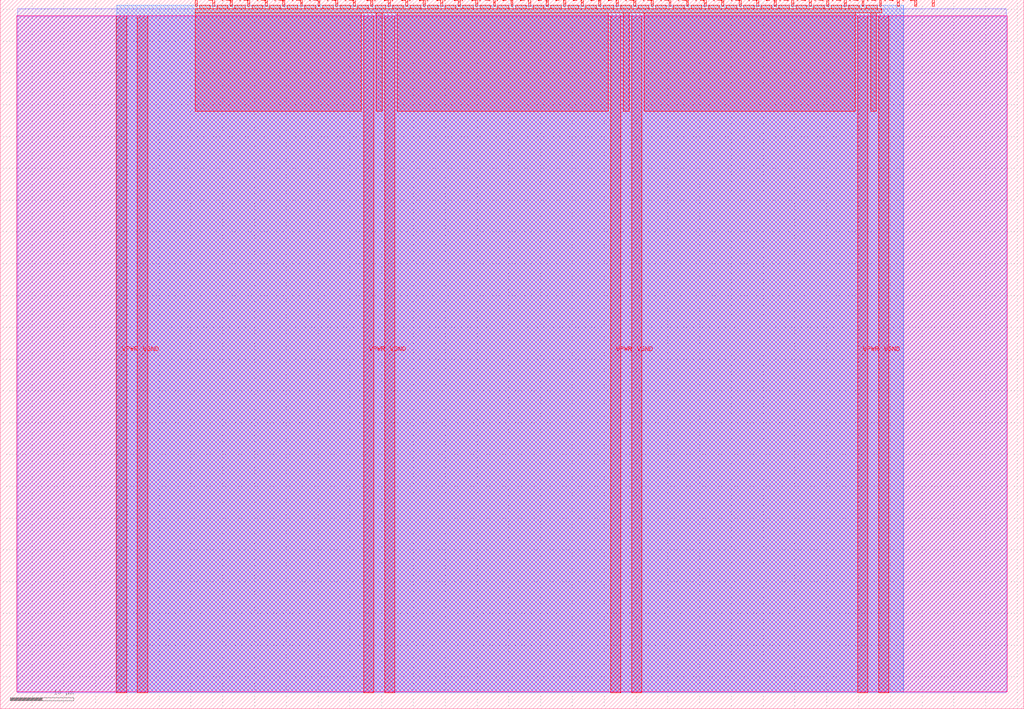
<source format=lef>
VERSION 5.7 ;
  NOWIREEXTENSIONATPIN ON ;
  DIVIDERCHAR "/" ;
  BUSBITCHARS "[]" ;
MACRO tt_um_kev_ma_matmult222
  CLASS BLOCK ;
  FOREIGN tt_um_kev_ma_matmult222 ;
  ORIGIN 0.000 0.000 ;
  SIZE 161.000 BY 111.520 ;
  PIN VGND
    DIRECTION INOUT ;
    USE GROUND ;
    PORT
      LAYER met4 ;
        RECT 21.580 2.480 23.180 109.040 ;
    END
    PORT
      LAYER met4 ;
        RECT 60.450 2.480 62.050 109.040 ;
    END
    PORT
      LAYER met4 ;
        RECT 99.320 2.480 100.920 109.040 ;
    END
    PORT
      LAYER met4 ;
        RECT 138.190 2.480 139.790 109.040 ;
    END
  END VGND
  PIN VPWR
    DIRECTION INOUT ;
    USE POWER ;
    PORT
      LAYER met4 ;
        RECT 18.280 2.480 19.880 109.040 ;
    END
    PORT
      LAYER met4 ;
        RECT 57.150 2.480 58.750 109.040 ;
    END
    PORT
      LAYER met4 ;
        RECT 96.020 2.480 97.620 109.040 ;
    END
    PORT
      LAYER met4 ;
        RECT 134.890 2.480 136.490 109.040 ;
    END
  END VPWR
  PIN clk
    DIRECTION INPUT ;
    USE SIGNAL ;
    PORT
      LAYER met4 ;
        RECT 143.830 110.520 144.130 111.520 ;
    END
  END clk
  PIN ena
    DIRECTION INPUT ;
    USE SIGNAL ;
    PORT
      LAYER met4 ;
        RECT 146.590 110.520 146.890 111.520 ;
    END
  END ena
  PIN rst_n
    DIRECTION INPUT ;
    USE SIGNAL ;
    PORT
      LAYER met4 ;
        RECT 141.070 110.520 141.370 111.520 ;
    END
  END rst_n
  PIN ui_in[0]
    DIRECTION INPUT ;
    USE SIGNAL ;
    ANTENNAGATEAREA 0.213000 ;
    PORT
      LAYER met4 ;
        RECT 138.310 110.520 138.610 111.520 ;
    END
  END ui_in[0]
  PIN ui_in[1]
    DIRECTION INPUT ;
    USE SIGNAL ;
    ANTENNAGATEAREA 0.196500 ;
    PORT
      LAYER met4 ;
        RECT 135.550 110.520 135.850 111.520 ;
    END
  END ui_in[1]
  PIN ui_in[2]
    DIRECTION INPUT ;
    USE SIGNAL ;
    ANTENNAGATEAREA 0.213000 ;
    PORT
      LAYER met4 ;
        RECT 132.790 110.520 133.090 111.520 ;
    END
  END ui_in[2]
  PIN ui_in[3]
    DIRECTION INPUT ;
    USE SIGNAL ;
    ANTENNAGATEAREA 0.196500 ;
    PORT
      LAYER met4 ;
        RECT 130.030 110.520 130.330 111.520 ;
    END
  END ui_in[3]
  PIN ui_in[4]
    DIRECTION INPUT ;
    USE SIGNAL ;
    ANTENNAGATEAREA 0.213000 ;
    PORT
      LAYER met4 ;
        RECT 127.270 110.520 127.570 111.520 ;
    END
  END ui_in[4]
  PIN ui_in[5]
    DIRECTION INPUT ;
    USE SIGNAL ;
    ANTENNAGATEAREA 0.196500 ;
    PORT
      LAYER met4 ;
        RECT 124.510 110.520 124.810 111.520 ;
    END
  END ui_in[5]
  PIN ui_in[6]
    DIRECTION INPUT ;
    USE SIGNAL ;
    ANTENNAGATEAREA 0.213000 ;
    PORT
      LAYER met4 ;
        RECT 121.750 110.520 122.050 111.520 ;
    END
  END ui_in[6]
  PIN ui_in[7]
    DIRECTION INPUT ;
    USE SIGNAL ;
    ANTENNAGATEAREA 0.196500 ;
    PORT
      LAYER met4 ;
        RECT 118.990 110.520 119.290 111.520 ;
    END
  END ui_in[7]
  PIN uio_in[0]
    DIRECTION INPUT ;
    USE SIGNAL ;
    ANTENNAGATEAREA 0.213000 ;
    PORT
      LAYER met4 ;
        RECT 116.230 110.520 116.530 111.520 ;
    END
  END uio_in[0]
  PIN uio_in[1]
    DIRECTION INPUT ;
    USE SIGNAL ;
    ANTENNAGATEAREA 0.196500 ;
    PORT
      LAYER met4 ;
        RECT 113.470 110.520 113.770 111.520 ;
    END
  END uio_in[1]
  PIN uio_in[2]
    DIRECTION INPUT ;
    USE SIGNAL ;
    ANTENNAGATEAREA 0.213000 ;
    PORT
      LAYER met4 ;
        RECT 110.710 110.520 111.010 111.520 ;
    END
  END uio_in[2]
  PIN uio_in[3]
    DIRECTION INPUT ;
    USE SIGNAL ;
    ANTENNAGATEAREA 0.196500 ;
    PORT
      LAYER met4 ;
        RECT 107.950 110.520 108.250 111.520 ;
    END
  END uio_in[3]
  PIN uio_in[4]
    DIRECTION INPUT ;
    USE SIGNAL ;
    ANTENNAGATEAREA 0.213000 ;
    PORT
      LAYER met4 ;
        RECT 105.190 110.520 105.490 111.520 ;
    END
  END uio_in[4]
  PIN uio_in[5]
    DIRECTION INPUT ;
    USE SIGNAL ;
    ANTENNAGATEAREA 0.196500 ;
    PORT
      LAYER met4 ;
        RECT 102.430 110.520 102.730 111.520 ;
    END
  END uio_in[5]
  PIN uio_in[6]
    DIRECTION INPUT ;
    USE SIGNAL ;
    ANTENNAGATEAREA 0.213000 ;
    PORT
      LAYER met4 ;
        RECT 99.670 110.520 99.970 111.520 ;
    END
  END uio_in[6]
  PIN uio_in[7]
    DIRECTION INPUT ;
    USE SIGNAL ;
    ANTENNAGATEAREA 0.196500 ;
    PORT
      LAYER met4 ;
        RECT 96.910 110.520 97.210 111.520 ;
    END
  END uio_in[7]
  PIN uio_oe[0]
    DIRECTION OUTPUT ;
    USE SIGNAL ;
    PORT
      LAYER met4 ;
        RECT 49.990 110.520 50.290 111.520 ;
    END
  END uio_oe[0]
  PIN uio_oe[1]
    DIRECTION OUTPUT ;
    USE SIGNAL ;
    PORT
      LAYER met4 ;
        RECT 47.230 110.520 47.530 111.520 ;
    END
  END uio_oe[1]
  PIN uio_oe[2]
    DIRECTION OUTPUT ;
    USE SIGNAL ;
    PORT
      LAYER met4 ;
        RECT 44.470 110.520 44.770 111.520 ;
    END
  END uio_oe[2]
  PIN uio_oe[3]
    DIRECTION OUTPUT ;
    USE SIGNAL ;
    PORT
      LAYER met4 ;
        RECT 41.710 110.520 42.010 111.520 ;
    END
  END uio_oe[3]
  PIN uio_oe[4]
    DIRECTION OUTPUT ;
    USE SIGNAL ;
    PORT
      LAYER met4 ;
        RECT 38.950 110.520 39.250 111.520 ;
    END
  END uio_oe[4]
  PIN uio_oe[5]
    DIRECTION OUTPUT ;
    USE SIGNAL ;
    PORT
      LAYER met4 ;
        RECT 36.190 110.520 36.490 111.520 ;
    END
  END uio_oe[5]
  PIN uio_oe[6]
    DIRECTION OUTPUT ;
    USE SIGNAL ;
    PORT
      LAYER met4 ;
        RECT 33.430 110.520 33.730 111.520 ;
    END
  END uio_oe[6]
  PIN uio_oe[7]
    DIRECTION OUTPUT ;
    USE SIGNAL ;
    PORT
      LAYER met4 ;
        RECT 30.670 110.520 30.970 111.520 ;
    END
  END uio_oe[7]
  PIN uio_out[0]
    DIRECTION OUTPUT ;
    USE SIGNAL ;
    PORT
      LAYER met4 ;
        RECT 72.070 110.520 72.370 111.520 ;
    END
  END uio_out[0]
  PIN uio_out[1]
    DIRECTION OUTPUT ;
    USE SIGNAL ;
    PORT
      LAYER met4 ;
        RECT 69.310 110.520 69.610 111.520 ;
    END
  END uio_out[1]
  PIN uio_out[2]
    DIRECTION OUTPUT ;
    USE SIGNAL ;
    PORT
      LAYER met4 ;
        RECT 66.550 110.520 66.850 111.520 ;
    END
  END uio_out[2]
  PIN uio_out[3]
    DIRECTION OUTPUT ;
    USE SIGNAL ;
    PORT
      LAYER met4 ;
        RECT 63.790 110.520 64.090 111.520 ;
    END
  END uio_out[3]
  PIN uio_out[4]
    DIRECTION OUTPUT ;
    USE SIGNAL ;
    PORT
      LAYER met4 ;
        RECT 61.030 110.520 61.330 111.520 ;
    END
  END uio_out[4]
  PIN uio_out[5]
    DIRECTION OUTPUT ;
    USE SIGNAL ;
    PORT
      LAYER met4 ;
        RECT 58.270 110.520 58.570 111.520 ;
    END
  END uio_out[5]
  PIN uio_out[6]
    DIRECTION OUTPUT ;
    USE SIGNAL ;
    PORT
      LAYER met4 ;
        RECT 55.510 110.520 55.810 111.520 ;
    END
  END uio_out[6]
  PIN uio_out[7]
    DIRECTION OUTPUT ;
    USE SIGNAL ;
    PORT
      LAYER met4 ;
        RECT 52.750 110.520 53.050 111.520 ;
    END
  END uio_out[7]
  PIN uo_out[0]
    DIRECTION OUTPUT ;
    USE SIGNAL ;
    ANTENNADIFFAREA 1.242000 ;
    PORT
      LAYER met4 ;
        RECT 94.150 110.520 94.450 111.520 ;
    END
  END uo_out[0]
  PIN uo_out[1]
    DIRECTION OUTPUT ;
    USE SIGNAL ;
    ANTENNADIFFAREA 1.721000 ;
    PORT
      LAYER met4 ;
        RECT 91.390 110.520 91.690 111.520 ;
    END
  END uo_out[1]
  PIN uo_out[2]
    DIRECTION OUTPUT ;
    USE SIGNAL ;
    ANTENNADIFFAREA 1.242000 ;
    PORT
      LAYER met4 ;
        RECT 88.630 110.520 88.930 111.520 ;
    END
  END uo_out[2]
  PIN uo_out[3]
    DIRECTION OUTPUT ;
    USE SIGNAL ;
    ANTENNADIFFAREA 1.721000 ;
    PORT
      LAYER met4 ;
        RECT 85.870 110.520 86.170 111.520 ;
    END
  END uo_out[3]
  PIN uo_out[4]
    DIRECTION OUTPUT ;
    USE SIGNAL ;
    ANTENNADIFFAREA 1.242000 ;
    PORT
      LAYER met4 ;
        RECT 83.110 110.520 83.410 111.520 ;
    END
  END uo_out[4]
  PIN uo_out[5]
    DIRECTION OUTPUT ;
    USE SIGNAL ;
    ANTENNADIFFAREA 1.721000 ;
    PORT
      LAYER met4 ;
        RECT 80.350 110.520 80.650 111.520 ;
    END
  END uo_out[5]
  PIN uo_out[6]
    DIRECTION OUTPUT ;
    USE SIGNAL ;
    ANTENNADIFFAREA 1.242000 ;
    PORT
      LAYER met4 ;
        RECT 77.590 110.520 77.890 111.520 ;
    END
  END uo_out[6]
  PIN uo_out[7]
    DIRECTION OUTPUT ;
    USE SIGNAL ;
    ANTENNADIFFAREA 1.721000 ;
    PORT
      LAYER met4 ;
        RECT 74.830 110.520 75.130 111.520 ;
    END
  END uo_out[7]
  OBS
      LAYER nwell ;
        RECT 2.570 2.635 158.430 108.990 ;
      LAYER li1 ;
        RECT 2.760 2.635 158.240 108.885 ;
      LAYER met1 ;
        RECT 2.760 2.480 158.240 110.120 ;
      LAYER met2 ;
        RECT 18.310 2.535 142.050 110.685 ;
      LAYER met3 ;
        RECT 18.290 2.555 142.075 110.665 ;
      LAYER met4 ;
        RECT 31.370 110.120 33.030 110.665 ;
        RECT 34.130 110.120 35.790 110.665 ;
        RECT 36.890 110.120 38.550 110.665 ;
        RECT 39.650 110.120 41.310 110.665 ;
        RECT 42.410 110.120 44.070 110.665 ;
        RECT 45.170 110.120 46.830 110.665 ;
        RECT 47.930 110.120 49.590 110.665 ;
        RECT 50.690 110.120 52.350 110.665 ;
        RECT 53.450 110.120 55.110 110.665 ;
        RECT 56.210 110.120 57.870 110.665 ;
        RECT 58.970 110.120 60.630 110.665 ;
        RECT 61.730 110.120 63.390 110.665 ;
        RECT 64.490 110.120 66.150 110.665 ;
        RECT 67.250 110.120 68.910 110.665 ;
        RECT 70.010 110.120 71.670 110.665 ;
        RECT 72.770 110.120 74.430 110.665 ;
        RECT 75.530 110.120 77.190 110.665 ;
        RECT 78.290 110.120 79.950 110.665 ;
        RECT 81.050 110.120 82.710 110.665 ;
        RECT 83.810 110.120 85.470 110.665 ;
        RECT 86.570 110.120 88.230 110.665 ;
        RECT 89.330 110.120 90.990 110.665 ;
        RECT 92.090 110.120 93.750 110.665 ;
        RECT 94.850 110.120 96.510 110.665 ;
        RECT 97.610 110.120 99.270 110.665 ;
        RECT 100.370 110.120 102.030 110.665 ;
        RECT 103.130 110.120 104.790 110.665 ;
        RECT 105.890 110.120 107.550 110.665 ;
        RECT 108.650 110.120 110.310 110.665 ;
        RECT 111.410 110.120 113.070 110.665 ;
        RECT 114.170 110.120 115.830 110.665 ;
        RECT 116.930 110.120 118.590 110.665 ;
        RECT 119.690 110.120 121.350 110.665 ;
        RECT 122.450 110.120 124.110 110.665 ;
        RECT 125.210 110.120 126.870 110.665 ;
        RECT 127.970 110.120 129.630 110.665 ;
        RECT 130.730 110.120 132.390 110.665 ;
        RECT 133.490 110.120 135.150 110.665 ;
        RECT 136.250 110.120 137.910 110.665 ;
        RECT 30.655 109.440 138.625 110.120 ;
        RECT 30.655 94.015 56.750 109.440 ;
        RECT 59.150 94.015 60.050 109.440 ;
        RECT 62.450 94.015 95.620 109.440 ;
        RECT 98.020 94.015 98.920 109.440 ;
        RECT 101.320 94.015 134.490 109.440 ;
        RECT 136.890 94.015 137.790 109.440 ;
  END
END tt_um_kev_ma_matmult222
END LIBRARY


</source>
